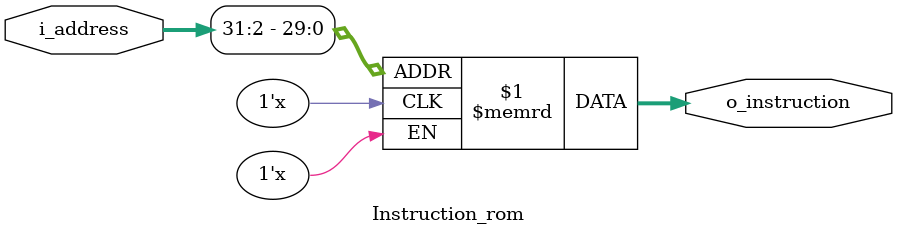
<source format=v>
`timescale 1ns/1ps

module Instruction_rom(	i_address, o_instruction );
input [31:0] i_address;
output  [31:0] o_instruction;

reg [31:0]	rom [0:2**10-1];

assign	o_instruction=rom[i_address[31:2]];

endmodule
</source>
